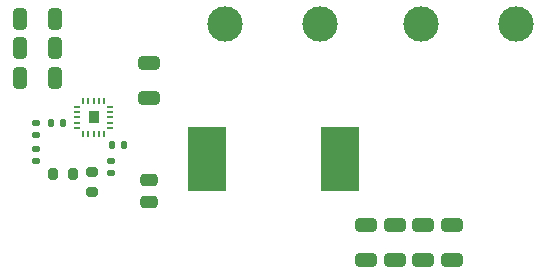
<source format=gbr>
%TF.GenerationSoftware,KiCad,Pcbnew,7.0.7*%
%TF.CreationDate,2024-01-22T10:51:04-08:00*%
%TF.ProjectId,DC-DC_converter_v2,44432d44-435f-4636-9f6e-766572746572,rev?*%
%TF.SameCoordinates,Original*%
%TF.FileFunction,Soldermask,Top*%
%TF.FilePolarity,Negative*%
%FSLAX46Y46*%
G04 Gerber Fmt 4.6, Leading zero omitted, Abs format (unit mm)*
G04 Created by KiCad (PCBNEW 7.0.7) date 2024-01-22 10:51:04*
%MOMM*%
%LPD*%
G01*
G04 APERTURE LIST*
G04 Aperture macros list*
%AMRoundRect*
0 Rectangle with rounded corners*
0 $1 Rounding radius*
0 $2 $3 $4 $5 $6 $7 $8 $9 X,Y pos of 4 corners*
0 Add a 4 corners polygon primitive as box body*
4,1,4,$2,$3,$4,$5,$6,$7,$8,$9,$2,$3,0*
0 Add four circle primitives for the rounded corners*
1,1,$1+$1,$2,$3*
1,1,$1+$1,$4,$5*
1,1,$1+$1,$6,$7*
1,1,$1+$1,$8,$9*
0 Add four rect primitives between the rounded corners*
20,1,$1+$1,$2,$3,$4,$5,0*
20,1,$1+$1,$4,$5,$6,$7,0*
20,1,$1+$1,$6,$7,$8,$9,0*
20,1,$1+$1,$8,$9,$2,$3,0*%
G04 Aperture macros list end*
%ADD10RoundRect,0.250000X-0.475000X0.250000X-0.475000X-0.250000X0.475000X-0.250000X0.475000X0.250000X0*%
%ADD11RoundRect,0.250000X0.650000X-0.325000X0.650000X0.325000X-0.650000X0.325000X-0.650000X-0.325000X0*%
%ADD12RoundRect,0.200000X0.200000X0.275000X-0.200000X0.275000X-0.200000X-0.275000X0.200000X-0.275000X0*%
%ADD13O,0.252000X0.600000*%
%ADD14O,0.600000X0.252000*%
%ADD15R,0.926000X0.975000*%
%ADD16RoundRect,0.135000X-0.185000X0.135000X-0.185000X-0.135000X0.185000X-0.135000X0.185000X0.135000X0*%
%ADD17RoundRect,0.200000X0.275000X-0.200000X0.275000X0.200000X-0.275000X0.200000X-0.275000X-0.200000X0*%
%ADD18RoundRect,0.135000X-0.135000X-0.185000X0.135000X-0.185000X0.135000X0.185000X-0.135000X0.185000X0*%
%ADD19R,3.250000X5.500000*%
%ADD20RoundRect,0.250000X-0.325000X-0.650000X0.325000X-0.650000X0.325000X0.650000X-0.325000X0.650000X0*%
%ADD21RoundRect,0.135000X0.135000X0.185000X-0.135000X0.185000X-0.135000X-0.185000X0.135000X-0.185000X0*%
%ADD22C,3.000000*%
G04 APERTURE END LIST*
D10*
%TO.C,C1*%
X89900000Y-73450000D03*
X89900000Y-75350000D03*
%TD*%
D11*
%TO.C,C6*%
X108260000Y-80193000D03*
X108260000Y-77243000D03*
%TD*%
D12*
%TO.C,R2*%
X83425000Y-72900000D03*
X81775000Y-72900000D03*
%TD*%
D13*
%TO.C,U1*%
X86088000Y-66738000D03*
X85638000Y-66738000D03*
X85188000Y-66738000D03*
X84738000Y-66738000D03*
X84288000Y-66738000D03*
D14*
X83776000Y-67250000D03*
X83776000Y-67700000D03*
X83776000Y-68150000D03*
X83776000Y-68600000D03*
X83776000Y-69050000D03*
D13*
X84288000Y-69562000D03*
X84738000Y-69562000D03*
X85188000Y-69562000D03*
X85638000Y-69562000D03*
X86088000Y-69562000D03*
D14*
X86600000Y-69050000D03*
X86600000Y-68600000D03*
X86600000Y-68150000D03*
X86600000Y-67700000D03*
X86600000Y-67250000D03*
D15*
X85188000Y-68150000D03*
%TD*%
D16*
%TO.C,R5*%
X86675000Y-71865000D03*
X86675000Y-72885000D03*
%TD*%
D11*
%TO.C,C8*%
X113101000Y-80193000D03*
X113101000Y-77243000D03*
%TD*%
D17*
%TO.C,R1*%
X85000000Y-74425000D03*
X85000000Y-72775000D03*
%TD*%
D18*
%TO.C,R3*%
X81590000Y-68600000D03*
X82610000Y-68600000D03*
%TD*%
D19*
%TO.C,L1*%
X94750000Y-71700000D03*
X106000000Y-71700000D03*
%TD*%
D11*
%TO.C,C7*%
X110701000Y-80193000D03*
X110701000Y-77243000D03*
%TD*%
%TO.C,C2*%
X89900000Y-66475000D03*
X89900000Y-63525000D03*
%TD*%
D16*
%TO.C,R6*%
X80300000Y-68580000D03*
X80300000Y-69600000D03*
%TD*%
D20*
%TO.C,C3*%
X78925000Y-59800000D03*
X81875000Y-59800000D03*
%TD*%
D21*
%TO.C,R4*%
X87710000Y-70500000D03*
X86690000Y-70500000D03*
%TD*%
D20*
%TO.C,C5*%
X78925000Y-64800000D03*
X81875000Y-64800000D03*
%TD*%
D22*
%TO.C,U2*%
X104300000Y-60200000D03*
X96300000Y-60200000D03*
%TD*%
D16*
%TO.C,R7*%
X80300000Y-70780000D03*
X80300000Y-71800000D03*
%TD*%
D20*
%TO.C,C4*%
X78925000Y-62300000D03*
X81875000Y-62300000D03*
%TD*%
D22*
%TO.C,U3*%
X112900000Y-60200000D03*
X120900000Y-60200000D03*
%TD*%
D11*
%TO.C,C9*%
X115501000Y-80193000D03*
X115501000Y-77243000D03*
%TD*%
M02*

</source>
